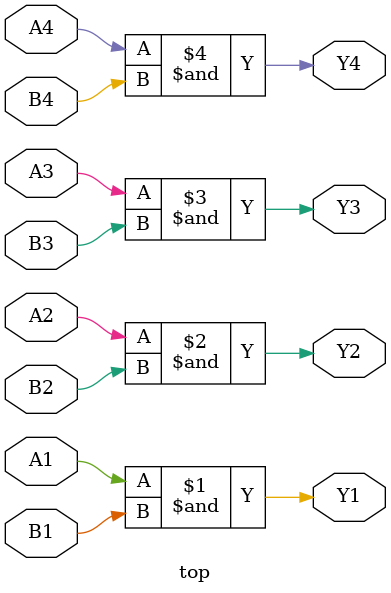
<source format=v>

/*
 * 74x08: Quad 2-input AND gate
 */
module top(A1, B1, Y1,
           A2, B2, Y2,
           A3, B3, Y3,
           A4, B4, Y4);

   (* LOC = "FB1_1" *) input A1;
   (* LOC = "FB1_2" *) input B1;
   (* LOC = "FB1_3" *) output Y1;

   (* LOC = "FB1_4" *) input A2;
   (* LOC = "FB1_5" *) input B2;
   (* LOC = "FB1_6" *) output Y2;

   (* LOC = "FB1_7" *) input A3;
   (* LOC = "FB1_8" *) input B3;
   (* LOC = "FB1_9" *) output Y3;

   (* LOC = "FB1_10" *) input A4;
   (* LOC = "FB1_11" *) input B4;
   (* LOC = "FB1_12" *) output Y4;

   assign Y1 = A1 & B1;
   assign Y2 = A2 & B2;
   assign Y3 = A3 & B3;
   assign Y4 = A4 & B4;

endmodule

</source>
